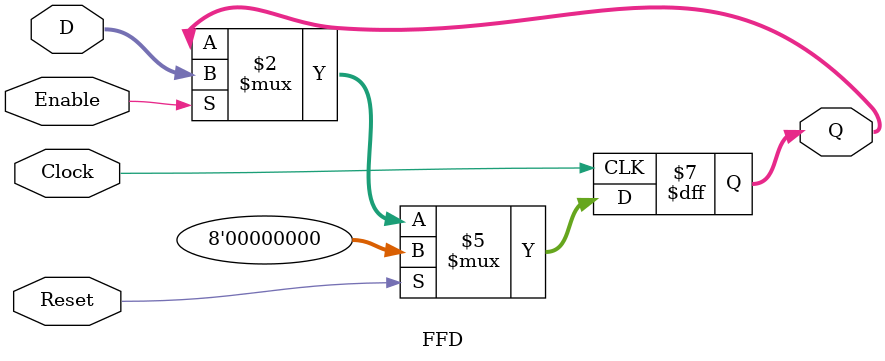
<source format=v>
`timescale 1ns / 1ps

module UPCOUNTER_POSEDGE # (parameter SIZE=16)
(
input wire Clock, Reset,
input wire [SIZE-1:0] Initial,
input wire Enable,
output reg [SIZE-1:0] Q
);


  always @(posedge Clock )
  begin
      if (Reset)
        Q = Initial;
      else
		begin
		if (Enable)
			Q = Q + 1;
			
		end			
  end

endmodule

////////////////////////////////////////////////////////////////////////
//// MODULE: FFD                                                      //
////////////////////////////////////////////////////////////////////////
/*
	Bank of FFD, posedge driven and with sinchronous reset
*/
module FFD # ( parameter SIZE=8 )
(
	input wire				Clock,
	input wire				Reset,
	input wire				Enable,
	input wire [SIZE-1:0]	D,
	output reg [SIZE-1:0]	Q
);
	

always @ (posedge Clock) 
begin
	if ( Reset )
		Q <= 0;
	else
	begin	
		if (Enable) 
			Q <= D; 
	end	
 
end

endmodule



</source>
